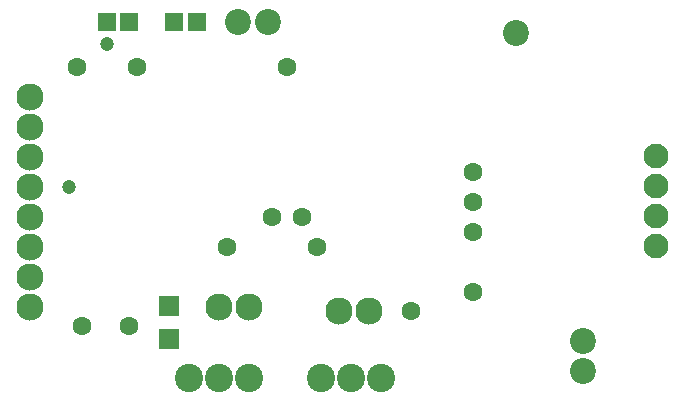
<source format=gbr>
%FSLAX34Y34*%
%MOMM*%
%LNSOLDERMASK_TOP*%
G71*
G01*
%ADD10C, 2.30*%
%ADD11C, 1.20*%
%ADD12C, 2.40*%
%ADD13C, 2.20*%
%ADD14C, 1.60*%
%ADD15C, 1.70*%
%ADD16R, 1.80X1.80*%
%ADD17R, 1.50X1.60*%
%ADD18C, 2.00*%
%ADD19C, 2.10*%
%LPD*%
X33338Y755650D02*
G54D10*
D03*
X33337Y781050D02*
G54D10*
D03*
X33337Y806450D02*
G54D10*
D03*
X33337Y831850D02*
G54D10*
D03*
X33338Y857250D02*
G54D10*
D03*
X33338Y882650D02*
G54D10*
D03*
X33338Y908050D02*
G54D10*
D03*
X33338Y730250D02*
G54D10*
D03*
X66675Y831850D02*
G54D11*
D03*
X219075Y669925D02*
G54D12*
D03*
X193675Y669925D02*
G54D12*
D03*
X168275Y669925D02*
G54D12*
D03*
X501650Y701675D02*
G54D13*
D03*
X501650Y676275D02*
G54D13*
D03*
X73025Y933450D02*
G54D14*
D03*
X123825Y933450D02*
G54D14*
D03*
X33337Y806450D02*
G54D15*
D03*
X330200Y669925D02*
G54D12*
D03*
X304800Y669925D02*
G54D12*
D03*
X279400Y669925D02*
G54D12*
D03*
X295275Y727075D02*
G54D10*
D03*
X320675Y727075D02*
G54D10*
D03*
X219075Y730250D02*
G54D10*
D03*
X193675Y730250D02*
G54D10*
D03*
X151147Y703190D02*
G54D16*
D03*
X151147Y731190D02*
G54D16*
D03*
X250825Y933400D02*
G54D14*
D03*
X276225Y781050D02*
G54D14*
D03*
X408781Y742950D02*
G54D14*
D03*
X155575Y971550D02*
G54D17*
D03*
X174575Y971550D02*
G54D17*
D03*
X408781Y844550D02*
G54D14*
D03*
X408781Y819150D02*
G54D14*
D03*
X408781Y793750D02*
G54D14*
D03*
X263520Y806450D02*
G54D14*
D03*
X238517Y806053D02*
G54D14*
D03*
X200025Y781050D02*
G54D14*
D03*
X209550Y971550D02*
G54D13*
D03*
X234950Y971550D02*
G54D13*
D03*
X117475Y971550D02*
G54D17*
D03*
X98475Y971550D02*
G54D17*
D03*
X98425Y952500D02*
G54D11*
D03*
X77475Y714375D02*
G54D14*
D03*
X168275Y669925D02*
G54D18*
D03*
X444500Y962025D02*
G54D13*
D03*
X355600Y727075D02*
G54D14*
D03*
X117475Y714375D02*
G54D14*
D03*
X563337Y781650D02*
G54D19*
D03*
X563337Y807050D02*
G54D19*
D03*
X563337Y832450D02*
G54D19*
D03*
X563337Y857850D02*
G54D19*
D03*
X33338Y882650D02*
G54D19*
D03*
X33337Y857250D02*
G54D19*
D03*
X33337Y831850D02*
G54D19*
D03*
X33337Y806450D02*
G54D19*
D03*
X33338Y781050D02*
G54D19*
D03*
X33338Y755650D02*
G54D19*
D03*
X33338Y730250D02*
G54D19*
D03*
X33338Y908050D02*
G54D19*
D03*
X98475Y971550D02*
G54D11*
D03*
M02*

</source>
